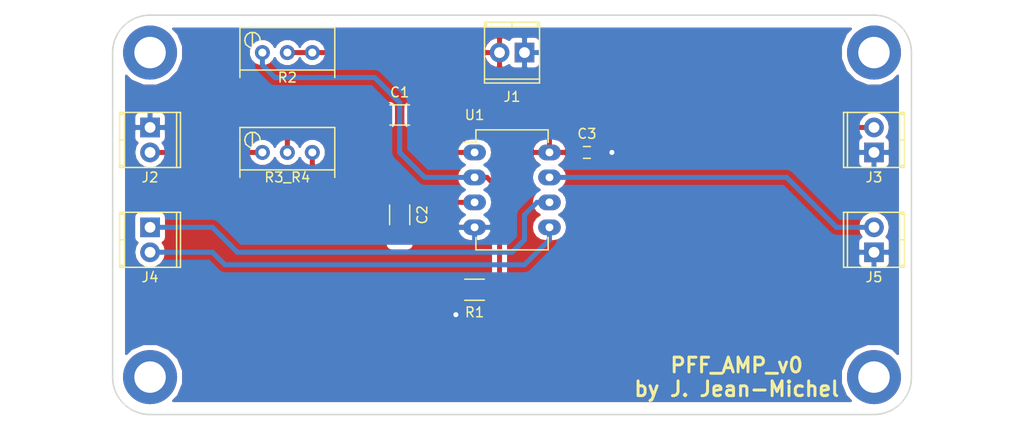
<source format=kicad_pcb>
(kicad_pcb (version 4) (host pcbnew 4.0.4-stable)

  (general
    (links 22)
    (no_connects 0)
    (area 135.787143 84.69412 240.132858 128.015)
    (thickness 1.6)
    (drawings 9)
    (tracks 55)
    (zones 0)
    (modules 16)
    (nets 11)
  )

  (page A)
  (title_block
    (company "Jamesy Jean-Michel")
  )

  (layers
    (0 F.Cu signal)
    (31 B.Cu signal)
    (32 B.Adhes user)
    (33 F.Adhes user)
    (34 B.Paste user)
    (35 F.Paste user)
    (36 B.SilkS user)
    (37 F.SilkS user)
    (38 B.Mask user)
    (39 F.Mask user)
    (40 Dwgs.User user)
    (41 Cmts.User user)
    (42 Eco1.User user)
    (43 Eco2.User user)
    (44 Edge.Cuts user)
    (45 Margin user)
    (46 B.CrtYd user)
    (47 F.CrtYd user)
    (48 B.Fab user)
    (49 F.Fab user)
  )

  (setup
    (last_trace_width 0.25)
    (trace_clearance 0.2)
    (zone_clearance 0.508)
    (zone_45_only no)
    (trace_min 0.2)
    (segment_width 0.2)
    (edge_width 0.15)
    (via_size 0.6)
    (via_drill 0.4)
    (via_min_size 0.4)
    (via_min_drill 0.3)
    (uvia_size 0.3)
    (uvia_drill 0.1)
    (uvias_allowed no)
    (uvia_min_size 0.2)
    (uvia_min_drill 0.1)
    (pcb_text_width 0.3)
    (pcb_text_size 1.5 1.5)
    (mod_edge_width 0.15)
    (mod_text_size 1 1)
    (mod_text_width 0.15)
    (pad_size 5.5 5.5)
    (pad_drill 3.2)
    (pad_to_mask_clearance 0.2)
    (aux_axis_origin 0 0)
    (grid_origin 147.32 127)
    (visible_elements 7FFEFFFF)
    (pcbplotparams
      (layerselection 0x000fc_80000001)
      (usegerberextensions false)
      (excludeedgelayer true)
      (linewidth 0.100000)
      (plotframeref false)
      (viasonmask false)
      (mode 1)
      (useauxorigin false)
      (hpglpennumber 1)
      (hpglpenspeed 20)
      (hpglpendiameter 15)
      (hpglpenoverlay 2)
      (psnegative false)
      (psa4output false)
      (plotreference true)
      (plotvalue true)
      (plotinvisibletext false)
      (padsonsilk false)
      (subtractmaskfromsilk false)
      (outputformat 4)
      (mirror false)
      (drillshape 0)
      (scaleselection 1)
      (outputdirectory ""))
  )

  (net 0 "")
  (net 1 "Net-(C1-Pad1)")
  (net 2 /Analog_OUT)
  (net 3 "Net-(C2-Pad1)")
  (net 4 GND)
  (net 5 +5V)
  (net 6 /Analog_IN)
  (net 7 "Net-(J4-Pad2)")
  (net 8 "Net-(J4-Pad1)")
  (net 9 "Net-(J5-Pad2)")
  (net 10 "Net-(R1-Pad1)")

  (net_class Default "This is the default net class."
    (clearance 0.2)
    (trace_width 0.25)
    (via_dia 0.6)
    (via_drill 0.4)
    (uvia_dia 0.3)
    (uvia_drill 0.1)
  )

  (net_class 20_mil_traces ""
    (clearance 0.2)
    (trace_width 0.508)
    (via_dia 1.0414)
    (via_drill 0.508)
    (uvia_dia 0.3)
    (uvia_drill 0.1)
    (add_net +5V)
    (add_net /Analog_IN)
    (add_net /Analog_OUT)
    (add_net GND)
    (add_net "Net-(C1-Pad1)")
    (add_net "Net-(C2-Pad1)")
    (add_net "Net-(J4-Pad1)")
    (add_net "Net-(J4-Pad2)")
    (add_net "Net-(J5-Pad2)")
    (add_net "Net-(R1-Pad1)")
  )

  (module Capacitors_SMD:C_1206_HandSoldering (layer F.Cu) (tedit 541A9C03) (tstamp 583CF297)
    (at 176.53 96.52)
    (descr "Capacitor SMD 1206, hand soldering")
    (tags "capacitor 1206")
    (path /583CBF2D)
    (attr smd)
    (fp_text reference C1 (at 0 -2.3) (layer F.SilkS)
      (effects (font (size 1 1) (thickness 0.15)))
    )
    (fp_text value 3.3nF (at 0 2.3) (layer F.Fab)
      (effects (font (size 1 1) (thickness 0.15)))
    )
    (fp_line (start -1.6 0.8) (end -1.6 -0.8) (layer F.Fab) (width 0.15))
    (fp_line (start 1.6 0.8) (end -1.6 0.8) (layer F.Fab) (width 0.15))
    (fp_line (start 1.6 -0.8) (end 1.6 0.8) (layer F.Fab) (width 0.15))
    (fp_line (start -1.6 -0.8) (end 1.6 -0.8) (layer F.Fab) (width 0.15))
    (fp_line (start -3.3 -1.15) (end 3.3 -1.15) (layer F.CrtYd) (width 0.05))
    (fp_line (start -3.3 1.15) (end 3.3 1.15) (layer F.CrtYd) (width 0.05))
    (fp_line (start -3.3 -1.15) (end -3.3 1.15) (layer F.CrtYd) (width 0.05))
    (fp_line (start 3.3 -1.15) (end 3.3 1.15) (layer F.CrtYd) (width 0.05))
    (fp_line (start 1 -1.025) (end -1 -1.025) (layer F.SilkS) (width 0.15))
    (fp_line (start -1 1.025) (end 1 1.025) (layer F.SilkS) (width 0.15))
    (pad 1 smd rect (at -2 0) (size 2 1.6) (layers F.Cu F.Paste F.Mask)
      (net 1 "Net-(C1-Pad1)"))
    (pad 2 smd rect (at 2 0) (size 2 1.6) (layers F.Cu F.Paste F.Mask)
      (net 2 /Analog_OUT))
    (model Capacitors_SMD.3dshapes/C_1206_HandSoldering.wrl
      (at (xyz 0 0 0))
      (scale (xyz 1 1 1))
      (rotate (xyz 0 0 0))
    )
  )

  (module Capacitors_SMD:C_1206_HandSoldering (layer F.Cu) (tedit 541A9C03) (tstamp 583CF29D)
    (at 176.53 106.68 270)
    (descr "Capacitor SMD 1206, hand soldering")
    (tags "capacitor 1206")
    (path /583CBE46)
    (attr smd)
    (fp_text reference C2 (at 0 -2.3 270) (layer F.SilkS)
      (effects (font (size 1 1) (thickness 0.15)))
    )
    (fp_text value 3.3nF (at 0 2.3 270) (layer F.Fab)
      (effects (font (size 1 1) (thickness 0.15)))
    )
    (fp_line (start -1.6 0.8) (end -1.6 -0.8) (layer F.Fab) (width 0.15))
    (fp_line (start 1.6 0.8) (end -1.6 0.8) (layer F.Fab) (width 0.15))
    (fp_line (start 1.6 -0.8) (end 1.6 0.8) (layer F.Fab) (width 0.15))
    (fp_line (start -1.6 -0.8) (end 1.6 -0.8) (layer F.Fab) (width 0.15))
    (fp_line (start -3.3 -1.15) (end 3.3 -1.15) (layer F.CrtYd) (width 0.05))
    (fp_line (start -3.3 1.15) (end 3.3 1.15) (layer F.CrtYd) (width 0.05))
    (fp_line (start -3.3 -1.15) (end -3.3 1.15) (layer F.CrtYd) (width 0.05))
    (fp_line (start 3.3 -1.15) (end 3.3 1.15) (layer F.CrtYd) (width 0.05))
    (fp_line (start 1 -1.025) (end -1 -1.025) (layer F.SilkS) (width 0.15))
    (fp_line (start -1 1.025) (end 1 1.025) (layer F.SilkS) (width 0.15))
    (pad 1 smd rect (at -2 0 270) (size 2 1.6) (layers F.Cu F.Paste F.Mask)
      (net 3 "Net-(C2-Pad1)"))
    (pad 2 smd rect (at 2 0 270) (size 2 1.6) (layers F.Cu F.Paste F.Mask)
      (net 4 GND))
    (model Capacitors_SMD.3dshapes/C_1206_HandSoldering.wrl
      (at (xyz 0 0 0))
      (scale (xyz 1 1 1))
      (rotate (xyz 0 0 0))
    )
  )

  (module Terminal_Blocks:TerminalBlock_Pheonix_MPT-2.54mm_2pol (layer F.Cu) (tedit 0) (tstamp 583CF2A3)
    (at 189.23 90.17 180)
    (descr "2-way 2.54mm pitch terminal block, Phoenix MPT series")
    (path /583CC027)
    (fp_text reference J1 (at 1.27 -4.50088 180) (layer F.SilkS)
      (effects (font (size 1 1) (thickness 0.15)))
    )
    (fp_text value CONN_01X02 (at 1.27 4.50088 180) (layer F.Fab)
      (effects (font (size 1 1) (thickness 0.15)))
    )
    (fp_line (start -1.7 -3.3) (end 4.3 -3.3) (layer F.CrtYd) (width 0.05))
    (fp_line (start -1.7 3.3) (end -1.7 -3.3) (layer F.CrtYd) (width 0.05))
    (fp_line (start 4.3 3.3) (end -1.7 3.3) (layer F.CrtYd) (width 0.05))
    (fp_line (start 4.3 -3.3) (end 4.3 3.3) (layer F.CrtYd) (width 0.05))
    (fp_line (start 4.06908 2.60096) (end -1.52908 2.60096) (layer F.SilkS) (width 0.15))
    (fp_line (start -1.33096 3.0988) (end -1.33096 2.60096) (layer F.SilkS) (width 0.15))
    (fp_line (start 3.87096 2.60096) (end 3.87096 3.0988) (layer F.SilkS) (width 0.15))
    (fp_line (start 1.27 3.0988) (end 1.27 2.60096) (layer F.SilkS) (width 0.15))
    (fp_line (start -1.52908 -2.70002) (end 4.06908 -2.70002) (layer F.SilkS) (width 0.15))
    (fp_line (start -1.52908 3.0988) (end 4.06908 3.0988) (layer F.SilkS) (width 0.15))
    (fp_line (start 4.06908 3.0988) (end 4.06908 -3.0988) (layer F.SilkS) (width 0.15))
    (fp_line (start 4.06908 -3.0988) (end -1.52908 -3.0988) (layer F.SilkS) (width 0.15))
    (fp_line (start -1.52908 -3.0988) (end -1.52908 3.0988) (layer F.SilkS) (width 0.15))
    (pad 2 thru_hole oval (at 2.54 0 180) (size 1.99898 1.99898) (drill 1.09728) (layers *.Cu *.Mask)
      (net 5 +5V))
    (pad 1 thru_hole rect (at 0 0 180) (size 1.99898 1.99898) (drill 1.09728) (layers *.Cu *.Mask)
      (net 4 GND))
    (model Terminal_Blocks.3dshapes/TerminalBlock_Pheonix_MPT-2.54mm_2pol.wrl
      (at (xyz 0.05 0 0))
      (scale (xyz 1 1 1))
      (rotate (xyz 0 0 0))
    )
  )

  (module Terminal_Blocks:TerminalBlock_Pheonix_MPT-2.54mm_2pol (layer F.Cu) (tedit 583CFDD5) (tstamp 583CF2A9)
    (at 151.13 97.79 270)
    (descr "2-way 2.54mm pitch terminal block, Phoenix MPT series")
    (path /583CC19C)
    (fp_text reference J2 (at 5.08 0 360) (layer F.SilkS)
      (effects (font (size 1 1) (thickness 0.15)))
    )
    (fp_text value CONN_01X02 (at -2.54 0 360) (layer F.Fab)
      (effects (font (size 1 1) (thickness 0.15)))
    )
    (fp_line (start -1.7 -3.3) (end 4.3 -3.3) (layer F.CrtYd) (width 0.05))
    (fp_line (start -1.7 3.3) (end -1.7 -3.3) (layer F.CrtYd) (width 0.05))
    (fp_line (start 4.3 3.3) (end -1.7 3.3) (layer F.CrtYd) (width 0.05))
    (fp_line (start 4.3 -3.3) (end 4.3 3.3) (layer F.CrtYd) (width 0.05))
    (fp_line (start 4.06908 2.60096) (end -1.52908 2.60096) (layer F.SilkS) (width 0.15))
    (fp_line (start -1.33096 3.0988) (end -1.33096 2.60096) (layer F.SilkS) (width 0.15))
    (fp_line (start 3.87096 2.60096) (end 3.87096 3.0988) (layer F.SilkS) (width 0.15))
    (fp_line (start 1.27 3.0988) (end 1.27 2.60096) (layer F.SilkS) (width 0.15))
    (fp_line (start -1.52908 -2.70002) (end 4.06908 -2.70002) (layer F.SilkS) (width 0.15))
    (fp_line (start -1.52908 3.0988) (end 4.06908 3.0988) (layer F.SilkS) (width 0.15))
    (fp_line (start 4.06908 3.0988) (end 4.06908 -3.0988) (layer F.SilkS) (width 0.15))
    (fp_line (start 4.06908 -3.0988) (end -1.52908 -3.0988) (layer F.SilkS) (width 0.15))
    (fp_line (start -1.52908 -3.0988) (end -1.52908 3.0988) (layer F.SilkS) (width 0.15))
    (pad 2 thru_hole oval (at 2.54 0 270) (size 1.99898 1.99898) (drill 1.09728) (layers *.Cu *.Mask)
      (net 6 /Analog_IN))
    (pad 1 thru_hole rect (at 0 0 270) (size 1.99898 1.99898) (drill 1.09728) (layers *.Cu *.Mask)
      (net 4 GND))
    (model Terminal_Blocks.3dshapes/TerminalBlock_Pheonix_MPT-2.54mm_2pol.wrl
      (at (xyz 0.05 0 0))
      (scale (xyz 1 1 1))
      (rotate (xyz 0 0 0))
    )
  )

  (module Terminal_Blocks:TerminalBlock_Pheonix_MPT-2.54mm_2pol (layer F.Cu) (tedit 583CFE37) (tstamp 583CF2AF)
    (at 224.79 100.33 90)
    (descr "2-way 2.54mm pitch terminal block, Phoenix MPT series")
    (path /583CC1F5)
    (fp_text reference J3 (at -2.54 0 180) (layer F.SilkS)
      (effects (font (size 1 1) (thickness 0.15)))
    )
    (fp_text value CONN_01X02 (at 5.08 0 180) (layer F.Fab)
      (effects (font (size 1 1) (thickness 0.15)))
    )
    (fp_line (start -1.7 -3.3) (end 4.3 -3.3) (layer F.CrtYd) (width 0.05))
    (fp_line (start -1.7 3.3) (end -1.7 -3.3) (layer F.CrtYd) (width 0.05))
    (fp_line (start 4.3 3.3) (end -1.7 3.3) (layer F.CrtYd) (width 0.05))
    (fp_line (start 4.3 -3.3) (end 4.3 3.3) (layer F.CrtYd) (width 0.05))
    (fp_line (start 4.06908 2.60096) (end -1.52908 2.60096) (layer F.SilkS) (width 0.15))
    (fp_line (start -1.33096 3.0988) (end -1.33096 2.60096) (layer F.SilkS) (width 0.15))
    (fp_line (start 3.87096 2.60096) (end 3.87096 3.0988) (layer F.SilkS) (width 0.15))
    (fp_line (start 1.27 3.0988) (end 1.27 2.60096) (layer F.SilkS) (width 0.15))
    (fp_line (start -1.52908 -2.70002) (end 4.06908 -2.70002) (layer F.SilkS) (width 0.15))
    (fp_line (start -1.52908 3.0988) (end 4.06908 3.0988) (layer F.SilkS) (width 0.15))
    (fp_line (start 4.06908 3.0988) (end 4.06908 -3.0988) (layer F.SilkS) (width 0.15))
    (fp_line (start 4.06908 -3.0988) (end -1.52908 -3.0988) (layer F.SilkS) (width 0.15))
    (fp_line (start -1.52908 -3.0988) (end -1.52908 3.0988) (layer F.SilkS) (width 0.15))
    (pad 2 thru_hole oval (at 2.54 0 90) (size 1.99898 1.99898) (drill 1.09728) (layers *.Cu *.Mask)
      (net 2 /Analog_OUT))
    (pad 1 thru_hole rect (at 0 0 90) (size 1.99898 1.99898) (drill 1.09728) (layers *.Cu *.Mask)
      (net 4 GND))
    (model Terminal_Blocks.3dshapes/TerminalBlock_Pheonix_MPT-2.54mm_2pol.wrl
      (at (xyz 0.05 0 0))
      (scale (xyz 1 1 1))
      (rotate (xyz 0 0 0))
    )
  )

  (module Terminal_Blocks:TerminalBlock_Pheonix_MPT-2.54mm_2pol (layer F.Cu) (tedit 583CFDDA) (tstamp 583CF2B5)
    (at 151.13 107.95 270)
    (descr "2-way 2.54mm pitch terminal block, Phoenix MPT series")
    (path /583D21C6)
    (fp_text reference J4 (at 5.08 0 360) (layer F.SilkS)
      (effects (font (size 1 1) (thickness 0.15)))
    )
    (fp_text value CONN_01X02 (at -2.54 0 360) (layer F.Fab)
      (effects (font (size 1 1) (thickness 0.15)))
    )
    (fp_line (start -1.7 -3.3) (end 4.3 -3.3) (layer F.CrtYd) (width 0.05))
    (fp_line (start -1.7 3.3) (end -1.7 -3.3) (layer F.CrtYd) (width 0.05))
    (fp_line (start 4.3 3.3) (end -1.7 3.3) (layer F.CrtYd) (width 0.05))
    (fp_line (start 4.3 -3.3) (end 4.3 3.3) (layer F.CrtYd) (width 0.05))
    (fp_line (start 4.06908 2.60096) (end -1.52908 2.60096) (layer F.SilkS) (width 0.15))
    (fp_line (start -1.33096 3.0988) (end -1.33096 2.60096) (layer F.SilkS) (width 0.15))
    (fp_line (start 3.87096 2.60096) (end 3.87096 3.0988) (layer F.SilkS) (width 0.15))
    (fp_line (start 1.27 3.0988) (end 1.27 2.60096) (layer F.SilkS) (width 0.15))
    (fp_line (start -1.52908 -2.70002) (end 4.06908 -2.70002) (layer F.SilkS) (width 0.15))
    (fp_line (start -1.52908 3.0988) (end 4.06908 3.0988) (layer F.SilkS) (width 0.15))
    (fp_line (start 4.06908 3.0988) (end 4.06908 -3.0988) (layer F.SilkS) (width 0.15))
    (fp_line (start 4.06908 -3.0988) (end -1.52908 -3.0988) (layer F.SilkS) (width 0.15))
    (fp_line (start -1.52908 -3.0988) (end -1.52908 3.0988) (layer F.SilkS) (width 0.15))
    (pad 2 thru_hole oval (at 2.54 0 270) (size 1.99898 1.99898) (drill 1.09728) (layers *.Cu *.Mask)
      (net 7 "Net-(J4-Pad2)"))
    (pad 1 thru_hole rect (at 0 0 270) (size 1.99898 1.99898) (drill 1.09728) (layers *.Cu *.Mask)
      (net 8 "Net-(J4-Pad1)"))
    (model Terminal_Blocks.3dshapes/TerminalBlock_Pheonix_MPT-2.54mm_2pol.wrl
      (at (xyz 0.05 0 0))
      (scale (xyz 1 1 1))
      (rotate (xyz 0 0 0))
    )
  )

  (module Terminal_Blocks:TerminalBlock_Pheonix_MPT-2.54mm_2pol (layer F.Cu) (tedit 583CFE32) (tstamp 583CF2BB)
    (at 224.79 110.49 90)
    (descr "2-way 2.54mm pitch terminal block, Phoenix MPT series")
    (path /583D2229)
    (fp_text reference J5 (at -2.54 0 180) (layer F.SilkS)
      (effects (font (size 1 1) (thickness 0.15)))
    )
    (fp_text value CONN_01X02 (at 5.08 0 180) (layer F.Fab)
      (effects (font (size 1 1) (thickness 0.15)))
    )
    (fp_line (start -1.7 -3.3) (end 4.3 -3.3) (layer F.CrtYd) (width 0.05))
    (fp_line (start -1.7 3.3) (end -1.7 -3.3) (layer F.CrtYd) (width 0.05))
    (fp_line (start 4.3 3.3) (end -1.7 3.3) (layer F.CrtYd) (width 0.05))
    (fp_line (start 4.3 -3.3) (end 4.3 3.3) (layer F.CrtYd) (width 0.05))
    (fp_line (start 4.06908 2.60096) (end -1.52908 2.60096) (layer F.SilkS) (width 0.15))
    (fp_line (start -1.33096 3.0988) (end -1.33096 2.60096) (layer F.SilkS) (width 0.15))
    (fp_line (start 3.87096 2.60096) (end 3.87096 3.0988) (layer F.SilkS) (width 0.15))
    (fp_line (start 1.27 3.0988) (end 1.27 2.60096) (layer F.SilkS) (width 0.15))
    (fp_line (start -1.52908 -2.70002) (end 4.06908 -2.70002) (layer F.SilkS) (width 0.15))
    (fp_line (start -1.52908 3.0988) (end 4.06908 3.0988) (layer F.SilkS) (width 0.15))
    (fp_line (start 4.06908 3.0988) (end 4.06908 -3.0988) (layer F.SilkS) (width 0.15))
    (fp_line (start 4.06908 -3.0988) (end -1.52908 -3.0988) (layer F.SilkS) (width 0.15))
    (fp_line (start -1.52908 -3.0988) (end -1.52908 3.0988) (layer F.SilkS) (width 0.15))
    (pad 2 thru_hole oval (at 2.54 0 90) (size 1.99898 1.99898) (drill 1.09728) (layers *.Cu *.Mask)
      (net 9 "Net-(J5-Pad2)"))
    (pad 1 thru_hole rect (at 0 0 90) (size 1.99898 1.99898) (drill 1.09728) (layers *.Cu *.Mask)
      (net 4 GND))
    (model Terminal_Blocks.3dshapes/TerminalBlock_Pheonix_MPT-2.54mm_2pol.wrl
      (at (xyz 0.05 0 0))
      (scale (xyz 1 1 1))
      (rotate (xyz 0 0 0))
    )
  )

  (module Resistors_SMD:R_1206_HandSoldering (layer F.Cu) (tedit 58307C0D) (tstamp 583CF2C1)
    (at 184.15 114.3 180)
    (descr "Resistor SMD 1206, hand soldering")
    (tags "resistor 1206")
    (path /583CBDA9)
    (attr smd)
    (fp_text reference R1 (at 0 -2.3 180) (layer F.SilkS)
      (effects (font (size 1 1) (thickness 0.15)))
    )
    (fp_text value 10k (at 0 2.3 180) (layer F.Fab)
      (effects (font (size 1 1) (thickness 0.15)))
    )
    (fp_line (start -1.6 0.8) (end -1.6 -0.8) (layer F.Fab) (width 0.1))
    (fp_line (start 1.6 0.8) (end -1.6 0.8) (layer F.Fab) (width 0.1))
    (fp_line (start 1.6 -0.8) (end 1.6 0.8) (layer F.Fab) (width 0.1))
    (fp_line (start -1.6 -0.8) (end 1.6 -0.8) (layer F.Fab) (width 0.1))
    (fp_line (start -3.3 -1.2) (end 3.3 -1.2) (layer F.CrtYd) (width 0.05))
    (fp_line (start -3.3 1.2) (end 3.3 1.2) (layer F.CrtYd) (width 0.05))
    (fp_line (start -3.3 -1.2) (end -3.3 1.2) (layer F.CrtYd) (width 0.05))
    (fp_line (start 3.3 -1.2) (end 3.3 1.2) (layer F.CrtYd) (width 0.05))
    (fp_line (start 1 1.075) (end -1 1.075) (layer F.SilkS) (width 0.15))
    (fp_line (start -1 -1.075) (end 1 -1.075) (layer F.SilkS) (width 0.15))
    (pad 1 smd rect (at -2 0 180) (size 2 1.7) (layers F.Cu F.Paste F.Mask)
      (net 10 "Net-(R1-Pad1)"))
    (pad 2 smd rect (at 2 0 180) (size 2 1.7) (layers F.Cu F.Paste F.Mask)
      (net 4 GND))
    (model Resistors_SMD.3dshapes/R_1206_HandSoldering.wrl
      (at (xyz 0 0 0))
      (scale (xyz 1 1 1))
      (rotate (xyz 0 0 0))
    )
  )

  (module Potentiometers:Potentiometer_Bourns_3296W_3-8Zoll_Inline_ScrewUp (layer F.Cu) (tedit 583CFDB2) (tstamp 583CF2C8)
    (at 162.56 90.17 270)
    (descr "3296, 3/8, Square, Trimpot, Trimming, Potentiometer, Bourns")
    (tags "3296, 3/8, Square, Trimpot, Trimming, Potentiometer, Bourns")
    (path /583CBD66)
    (fp_text reference R2 (at 2.54 -2.54 360) (layer F.SilkS)
      (effects (font (size 1 1) (thickness 0.15)))
    )
    (fp_text value 100k (at -3.81 -2.54 360) (layer F.Fab)
      (effects (font (size 1 1) (thickness 0.15)))
    )
    (fp_line (start -2.032 1.016) (end -0.762 1.016) (layer F.SilkS) (width 0.15))
    (fp_line (start -1.2827 0.2286) (end -1.5367 0.2667) (layer F.SilkS) (width 0.15))
    (fp_line (start -1.5367 0.2667) (end -1.8161 0.4445) (layer F.SilkS) (width 0.15))
    (fp_line (start -1.8161 0.4445) (end -2.032 0.762) (layer F.SilkS) (width 0.15))
    (fp_line (start -2.032 0.762) (end -2.0447 1.2065) (layer F.SilkS) (width 0.15))
    (fp_line (start -2.0447 1.2065) (end -1.8415 1.5621) (layer F.SilkS) (width 0.15))
    (fp_line (start -1.8415 1.5621) (end -1.5494 1.7399) (layer F.SilkS) (width 0.15))
    (fp_line (start -1.5494 1.7399) (end -1.2319 1.7907) (layer F.SilkS) (width 0.15))
    (fp_line (start -1.2319 1.7907) (end -0.8255 1.6891) (layer F.SilkS) (width 0.15))
    (fp_line (start -0.8255 1.6891) (end -0.5715 1.3462) (layer F.SilkS) (width 0.15))
    (fp_line (start -0.5715 1.3462) (end -0.4826 1.1684) (layer F.SilkS) (width 0.15))
    (fp_line (start 1.778 -7.366) (end 1.778 2.286) (layer F.SilkS) (width 0.15))
    (fp_line (start -1.27 2.286) (end -2.54 2.286) (layer F.SilkS) (width 0.15))
    (fp_line (start -2.54 2.286) (end -2.54 -7.366) (layer F.SilkS) (width 0.15))
    (fp_line (start -2.54 -7.366) (end 2.54 -7.366) (layer F.SilkS) (width 0.15))
    (fp_line (start 2.54 2.286) (end 0 2.286) (layer F.SilkS) (width 0.15))
    (fp_line (start 0 2.286) (end -1.27 2.286) (layer F.SilkS) (width 0.15))
    (pad 2 thru_hole circle (at 0 -2.54 270) (size 1.524 1.524) (drill 0.8128) (layers *.Cu *.Mask)
      (net 2 /Analog_OUT))
    (pad 3 thru_hole circle (at 0 -5.08 270) (size 1.524 1.524) (drill 0.8128) (layers *.Cu *.Mask)
      (net 2 /Analog_OUT))
    (pad 1 thru_hole circle (at 0 0 270) (size 1.524 1.524) (drill 0.8128) (layers *.Cu *.Mask)
      (net 10 "Net-(R1-Pad1)"))
    (model Potentiometers.3dshapes/Potentiometer_Bourns_3296W_3-8Zoll_Inline_ScrewUp.wrl
      (at (xyz 0 0 0))
      (scale (xyz 1 1 1))
      (rotate (xyz 0 0 0))
    )
  )

  (module Potentiometers:Potentiometer_Bourns_3296W_3-8Zoll_Inline_ScrewUp (layer F.Cu) (tedit 583CFDB7) (tstamp 583CF2CF)
    (at 162.56 100.33 270)
    (descr "3296, 3/8, Square, Trimpot, Trimming, Potentiometer, Bourns")
    (tags "3296, 3/8, Square, Trimpot, Trimming, Potentiometer, Bourns")
    (path /583CBCE1)
    (fp_text reference R3_R4 (at 2.54 -2.54 360) (layer F.SilkS)
      (effects (font (size 1 1) (thickness 0.15)))
    )
    (fp_text value 100k (at -3.81 -2.54 360) (layer F.Fab)
      (effects (font (size 1 1) (thickness 0.15)))
    )
    (fp_line (start -2.032 1.016) (end -0.762 1.016) (layer F.SilkS) (width 0.15))
    (fp_line (start -1.2827 0.2286) (end -1.5367 0.2667) (layer F.SilkS) (width 0.15))
    (fp_line (start -1.5367 0.2667) (end -1.8161 0.4445) (layer F.SilkS) (width 0.15))
    (fp_line (start -1.8161 0.4445) (end -2.032 0.762) (layer F.SilkS) (width 0.15))
    (fp_line (start -2.032 0.762) (end -2.0447 1.2065) (layer F.SilkS) (width 0.15))
    (fp_line (start -2.0447 1.2065) (end -1.8415 1.5621) (layer F.SilkS) (width 0.15))
    (fp_line (start -1.8415 1.5621) (end -1.5494 1.7399) (layer F.SilkS) (width 0.15))
    (fp_line (start -1.5494 1.7399) (end -1.2319 1.7907) (layer F.SilkS) (width 0.15))
    (fp_line (start -1.2319 1.7907) (end -0.8255 1.6891) (layer F.SilkS) (width 0.15))
    (fp_line (start -0.8255 1.6891) (end -0.5715 1.3462) (layer F.SilkS) (width 0.15))
    (fp_line (start -0.5715 1.3462) (end -0.4826 1.1684) (layer F.SilkS) (width 0.15))
    (fp_line (start 1.778 -7.366) (end 1.778 2.286) (layer F.SilkS) (width 0.15))
    (fp_line (start -1.27 2.286) (end -2.54 2.286) (layer F.SilkS) (width 0.15))
    (fp_line (start -2.54 2.286) (end -2.54 -7.366) (layer F.SilkS) (width 0.15))
    (fp_line (start -2.54 -7.366) (end 2.54 -7.366) (layer F.SilkS) (width 0.15))
    (fp_line (start 2.54 2.286) (end 0 2.286) (layer F.SilkS) (width 0.15))
    (fp_line (start 0 2.286) (end -1.27 2.286) (layer F.SilkS) (width 0.15))
    (pad 2 thru_hole circle (at 0 -2.54 270) (size 1.524 1.524) (drill 0.8128) (layers *.Cu *.Mask)
      (net 1 "Net-(C1-Pad1)"))
    (pad 3 thru_hole circle (at 0 -5.08 270) (size 1.524 1.524) (drill 0.8128) (layers *.Cu *.Mask)
      (net 3 "Net-(C2-Pad1)"))
    (pad 1 thru_hole circle (at 0 0 270) (size 1.524 1.524) (drill 0.8128) (layers *.Cu *.Mask)
      (net 6 /Analog_IN))
    (model Potentiometers.3dshapes/Potentiometer_Bourns_3296W_3-8Zoll_Inline_ScrewUp.wrl
      (at (xyz 0 0 0))
      (scale (xyz 1 1 1))
      (rotate (xyz 0 0 0))
    )
  )

  (module Housings_DIP:DIP-8_W7.62mm_LongPads (layer F.Cu) (tedit 583CFE5D) (tstamp 583CF2DB)
    (at 184.15 100.33)
    (descr "8-lead dip package, row spacing 7.62 mm (300 mils), longer pads")
    (tags "dil dip 2.54 300")
    (path /583CB7EE)
    (fp_text reference U1 (at 0 -3.81) (layer F.SilkS)
      (effects (font (size 1 1) (thickness 0.15)))
    )
    (fp_text value MCP6002 (at 3.81 3.81 90) (layer F.Fab)
      (effects (font (size 1 1) (thickness 0.15)))
    )
    (fp_line (start -1.4 -2.45) (end -1.4 10.1) (layer F.CrtYd) (width 0.05))
    (fp_line (start 9 -2.45) (end 9 10.1) (layer F.CrtYd) (width 0.05))
    (fp_line (start -1.4 -2.45) (end 9 -2.45) (layer F.CrtYd) (width 0.05))
    (fp_line (start -1.4 10.1) (end 9 10.1) (layer F.CrtYd) (width 0.05))
    (fp_line (start 0.135 -2.295) (end 0.135 -1.025) (layer F.SilkS) (width 0.15))
    (fp_line (start 7.485 -2.295) (end 7.485 -1.025) (layer F.SilkS) (width 0.15))
    (fp_line (start 7.485 9.915) (end 7.485 8.645) (layer F.SilkS) (width 0.15))
    (fp_line (start 0.135 9.915) (end 0.135 8.645) (layer F.SilkS) (width 0.15))
    (fp_line (start 0.135 -2.295) (end 7.485 -2.295) (layer F.SilkS) (width 0.15))
    (fp_line (start 0.135 9.915) (end 7.485 9.915) (layer F.SilkS) (width 0.15))
    (fp_line (start 0.135 -1.025) (end -1.15 -1.025) (layer F.SilkS) (width 0.15))
    (pad 1 thru_hole oval (at 0 0) (size 2.3 1.6) (drill 0.8) (layers *.Cu *.Mask)
      (net 2 /Analog_OUT))
    (pad 2 thru_hole oval (at 0 2.54) (size 2.3 1.6) (drill 0.8) (layers *.Cu *.Mask)
      (net 10 "Net-(R1-Pad1)"))
    (pad 3 thru_hole oval (at 0 5.08) (size 2.3 1.6) (drill 0.8) (layers *.Cu *.Mask)
      (net 3 "Net-(C2-Pad1)"))
    (pad 4 thru_hole oval (at 0 7.62) (size 2.3 1.6) (drill 0.8) (layers *.Cu *.Mask)
      (net 4 GND))
    (pad 5 thru_hole oval (at 7.62 7.62) (size 2.3 1.6) (drill 0.8) (layers *.Cu *.Mask)
      (net 7 "Net-(J4-Pad2)"))
    (pad 6 thru_hole oval (at 7.62 5.08) (size 2.3 1.6) (drill 0.8) (layers *.Cu *.Mask)
      (net 8 "Net-(J4-Pad1)"))
    (pad 7 thru_hole oval (at 7.62 2.54) (size 2.3 1.6) (drill 0.8) (layers *.Cu *.Mask)
      (net 9 "Net-(J5-Pad2)"))
    (pad 8 thru_hole oval (at 7.62 0) (size 2.3 1.6) (drill 0.8) (layers *.Cu *.Mask)
      (net 5 +5V))
    (model Housings_DIP.3dshapes/DIP-8_W7.62mm_LongPads.wrl
      (at (xyz 0 0 0))
      (scale (xyz 1 1 1))
      (rotate (xyz 0 0 0))
    )
  )

  (module Capacitors_SMD:C_0603 (layer F.Cu) (tedit 5415D631) (tstamp 583CF6A0)
    (at 195.58 100.33)
    (descr "Capacitor SMD 0603, reflow soldering, AVX (see smccp.pdf)")
    (tags "capacitor 0603")
    (path /583D39A3)
    (attr smd)
    (fp_text reference C3 (at 0 -1.9) (layer F.SilkS)
      (effects (font (size 1 1) (thickness 0.15)))
    )
    (fp_text value 10uF (at 0 1.9) (layer F.Fab)
      (effects (font (size 1 1) (thickness 0.15)))
    )
    (fp_line (start -0.8 0.4) (end -0.8 -0.4) (layer F.Fab) (width 0.15))
    (fp_line (start 0.8 0.4) (end -0.8 0.4) (layer F.Fab) (width 0.15))
    (fp_line (start 0.8 -0.4) (end 0.8 0.4) (layer F.Fab) (width 0.15))
    (fp_line (start -0.8 -0.4) (end 0.8 -0.4) (layer F.Fab) (width 0.15))
    (fp_line (start -1.45 -0.75) (end 1.45 -0.75) (layer F.CrtYd) (width 0.05))
    (fp_line (start -1.45 0.75) (end 1.45 0.75) (layer F.CrtYd) (width 0.05))
    (fp_line (start -1.45 -0.75) (end -1.45 0.75) (layer F.CrtYd) (width 0.05))
    (fp_line (start 1.45 -0.75) (end 1.45 0.75) (layer F.CrtYd) (width 0.05))
    (fp_line (start -0.35 -0.6) (end 0.35 -0.6) (layer F.SilkS) (width 0.15))
    (fp_line (start 0.35 0.6) (end -0.35 0.6) (layer F.SilkS) (width 0.15))
    (pad 1 smd rect (at -0.75 0) (size 0.8 0.75) (layers F.Cu F.Paste F.Mask)
      (net 5 +5V))
    (pad 2 smd rect (at 0.75 0) (size 0.8 0.75) (layers F.Cu F.Paste F.Mask)
      (net 4 GND))
    (model Capacitors_SMD.3dshapes/C_0603.wrl
      (at (xyz 0 0 0))
      (scale (xyz 1 1 1))
      (rotate (xyz 0 0 0))
    )
  )

  (module Mounting_Holes:MountingHole_3.2mm_M3_ISO14580_Pad (layer F.Cu) (tedit 583D0950) (tstamp 583D05A8)
    (at 151.13 90.17)
    (descr "Mounting Hole 3.2mm, M3, ISO14580")
    (tags "mounting hole 3.2mm m3 iso14580")
    (fp_text reference REF** (at 0 -3.75) (layer F.SilkS) hide
      (effects (font (size 1 1) (thickness 0.15)))
    )
    (fp_text value MountingHole_3.2mm_M3_ISO14580_Pad (at 0 3.75) (layer F.Fab)
      (effects (font (size 1 1) (thickness 0.15)))
    )
    (fp_circle (center 0 0) (end 2.75 0) (layer Cmts.User) (width 0.15))
    (fp_circle (center 0 0) (end 3 0) (layer F.CrtYd) (width 0.05))
    (pad 1 thru_hole circle (at 0 0) (size 5.5 5.5) (drill 3.2) (layers *.Cu *.Mask))
  )

  (module Mounting_Holes:MountingHole_3.2mm_M3_ISO14580_Pad (layer F.Cu) (tedit 583D0947) (tstamp 583D05C7)
    (at 151.13 123.19)
    (descr "Mounting Hole 3.2mm, M3, ISO14580")
    (tags "mounting hole 3.2mm m3 iso14580")
    (fp_text reference REF** (at 0 -3.75) (layer F.SilkS) hide
      (effects (font (size 1 1) (thickness 0.15)))
    )
    (fp_text value MountingHole_3.2mm_M3_ISO14580_Pad (at 0 3.75) (layer F.Fab)
      (effects (font (size 1 1) (thickness 0.15)))
    )
    (fp_circle (center 0 0) (end 2.75 0) (layer Cmts.User) (width 0.15))
    (fp_circle (center 0 0) (end 3 0) (layer F.CrtYd) (width 0.05))
    (pad 2 thru_hole circle (at 0 0) (size 5.5 5.5) (drill 3.2) (layers *.Cu *.Mask))
  )

  (module Mounting_Holes:MountingHole_3.2mm_M3_ISO14580_Pad (layer F.Cu) (tedit 583D095C) (tstamp 583D05D5)
    (at 224.79 123.19)
    (descr "Mounting Hole 3.2mm, M3, ISO14580")
    (tags "mounting hole 3.2mm m3 iso14580")
    (fp_text reference REF** (at 0 -3.75) (layer F.SilkS) hide
      (effects (font (size 1 1) (thickness 0.15)))
    )
    (fp_text value MountingHole_3.2mm_M3_ISO14580_Pad (at 0 3.75) (layer F.Fab)
      (effects (font (size 1 1) (thickness 0.15)))
    )
    (fp_circle (center 0 0) (end 2.75 0) (layer Cmts.User) (width 0.15))
    (fp_circle (center 0 0) (end 3 0) (layer F.CrtYd) (width 0.05))
    (pad 3 thru_hole circle (at 0 0) (size 5.5 5.5) (drill 3.2) (layers *.Cu *.Mask))
  )

  (module Mounting_Holes:MountingHole_3.2mm_M3_ISO14580_Pad (layer F.Cu) (tedit 583D0958) (tstamp 583D05DC)
    (at 224.79 90.17)
    (descr "Mounting Hole 3.2mm, M3, ISO14580")
    (tags "mounting hole 3.2mm m3 iso14580")
    (fp_text reference REF** (at 0 -3.75) (layer F.SilkS) hide
      (effects (font (size 1 1) (thickness 0.15)))
    )
    (fp_text value MountingHole_3.2mm_M3_ISO14580_Pad (at 0 3.75) (layer F.Fab)
      (effects (font (size 1 1) (thickness 0.15)))
    )
    (fp_circle (center 0 0) (end 2.75 0) (layer Cmts.User) (width 0.15))
    (fp_circle (center 0 0) (end 3 0) (layer F.CrtYd) (width 0.05))
    (pad 4 thru_hole circle (at 0 0) (size 5.5 5.5) (drill 3.2) (layers *.Cu *.Mask))
  )

  (gr_text "PFF_AMP_v0\nby J. Jean-Michel" (at 210.82 123.19) (layer F.SilkS)
    (effects (font (size 1.5 1.5) (thickness 0.3)))
  )
  (gr_arc (start 151.13 123.19) (end 151.13 127) (angle 90) (layer Edge.Cuts) (width 0.15))
  (gr_arc (start 224.79 123.19) (end 228.6 123.19) (angle 90) (layer Edge.Cuts) (width 0.15))
  (gr_arc (start 224.79 90.17) (end 224.79 86.36) (angle 90) (layer Edge.Cuts) (width 0.15))
  (gr_arc (start 151.13 90.17) (end 147.32 90.17) (angle 90) (layer Edge.Cuts) (width 0.15))
  (gr_line (start 147.32 123.19) (end 147.32 90.17) (angle 90) (layer Edge.Cuts) (width 0.15))
  (gr_line (start 224.79 127) (end 151.13 127) (angle 90) (layer Edge.Cuts) (width 0.15))
  (gr_line (start 228.6 90.17) (end 228.6 123.19) (angle 90) (layer Edge.Cuts) (width 0.15))
  (gr_line (start 151.13 86.36) (end 224.79 86.36) (angle 90) (layer Edge.Cuts) (width 0.15))

  (segment (start 165.1 100.33) (end 165.1 99.06) (width 0.508) (layer F.Cu) (net 1))
  (segment (start 167.64 96.52) (end 174.53 96.52) (width 0.508) (layer F.Cu) (net 1) (tstamp 583D0B9B))
  (segment (start 165.1 99.06) (end 167.64 96.52) (width 0.508) (layer F.Cu) (net 1) (tstamp 583D0B97))
  (segment (start 178.53 96.52) (end 178.53 98.52) (width 0.508) (layer F.Cu) (net 2))
  (segment (start 180.34 100.33) (end 184.15 100.33) (width 0.508) (layer F.Cu) (net 2) (tstamp 583D10BB))
  (segment (start 178.53 98.52) (end 180.34 100.33) (width 0.508) (layer F.Cu) (net 2) (tstamp 583D10B2))
  (segment (start 167.64 90.17) (end 176.53 90.17) (width 0.508) (layer F.Cu) (net 2))
  (segment (start 178.53 92.17) (end 178.53 96.52) (width 0.508) (layer F.Cu) (net 2) (tstamp 583D0E1A))
  (segment (start 176.53 90.17) (end 178.53 92.17) (width 0.508) (layer F.Cu) (net 2) (tstamp 583D0DF3))
  (segment (start 178.53 96.52) (end 219.71 96.52) (width 0.508) (layer F.Cu) (net 2))
  (segment (start 219.71 96.52) (end 220.98 97.79) (width 0.508) (layer F.Cu) (net 2) (tstamp 583D0DBB))
  (segment (start 220.98 97.79) (end 224.79 97.79) (width 0.508) (layer F.Cu) (net 2) (tstamp 583D0DBF))
  (segment (start 165.1 90.17) (end 167.64 90.17) (width 0.508) (layer F.Cu) (net 2))
  (segment (start 167.64 100.33) (end 167.64 101.6) (width 0.508) (layer F.Cu) (net 3))
  (segment (start 170.72 104.68) (end 176.53 104.68) (width 0.508) (layer F.Cu) (net 3) (tstamp 583D0F56))
  (segment (start 167.64 101.6) (end 170.72 104.68) (width 0.508) (layer F.Cu) (net 3) (tstamp 583D0F47))
  (segment (start 176.53 104.68) (end 179.61 104.68) (width 0.508) (layer F.Cu) (net 3))
  (segment (start 180.34 105.41) (end 184.15 105.41) (width 0.508) (layer F.Cu) (net 3) (tstamp 583D0ECE))
  (segment (start 179.61 104.68) (end 180.34 105.41) (width 0.508) (layer F.Cu) (net 3) (tstamp 583D0EC7))
  (segment (start 176.53 108.68) (end 179.61 108.68) (width 0.508) (layer F.Cu) (net 4))
  (segment (start 180.34 107.95) (end 184.15 107.95) (width 0.508) (layer F.Cu) (net 4) (tstamp 583D14C9))
  (segment (start 179.61 108.68) (end 180.34 107.95) (width 0.508) (layer F.Cu) (net 4) (tstamp 583D14C5))
  (segment (start 182.15 114.3) (end 182.15 116.745) (width 0.508) (layer F.Cu) (net 4))
  (via (at 182.245 116.84) (size 1.0414) (drill 0.508) (layers F.Cu B.Cu) (net 4))
  (segment (start 182.15 116.745) (end 182.245 116.84) (width 0.508) (layer F.Cu) (net 4) (tstamp 583D148C))
  (segment (start 196.33 100.33) (end 198.12 100.33) (width 0.508) (layer F.Cu) (net 4))
  (via (at 198.12 100.33) (size 1.0414) (drill 0.508) (layers F.Cu B.Cu) (net 4))
  (segment (start 191.77 100.33) (end 194.83 100.33) (width 0.508) (layer F.Cu) (net 5))
  (segment (start 151.13 100.33) (end 162.56 100.33) (width 0.508) (layer F.Cu) (net 6))
  (segment (start 151.13 110.49) (end 157.48 110.49) (width 0.508) (layer B.Cu) (net 7))
  (segment (start 191.77 109.22) (end 191.77 107.95) (width 0.508) (layer B.Cu) (net 7) (tstamp 583D0FE5))
  (segment (start 189.23 111.76) (end 191.77 109.22) (width 0.508) (layer B.Cu) (net 7) (tstamp 583D0FD9))
  (segment (start 158.75 111.76) (end 189.23 111.76) (width 0.508) (layer B.Cu) (net 7) (tstamp 583D0FC9))
  (segment (start 157.48 110.49) (end 158.75 111.76) (width 0.508) (layer B.Cu) (net 7) (tstamp 583D0FC6))
  (segment (start 191.77 105.41) (end 190.5 105.41) (width 0.508) (layer B.Cu) (net 8))
  (segment (start 157.48 107.95) (end 151.13 107.95) (width 0.508) (layer B.Cu) (net 8) (tstamp 583D0FBC))
  (segment (start 160.02 110.49) (end 157.48 107.95) (width 0.508) (layer B.Cu) (net 8) (tstamp 583D0FB8))
  (segment (start 187.96 110.49) (end 160.02 110.49) (width 0.508) (layer B.Cu) (net 8) (tstamp 583D0FB1))
  (segment (start 189.23 109.22) (end 187.96 110.49) (width 0.508) (layer B.Cu) (net 8) (tstamp 583D0FAF))
  (segment (start 189.23 106.68) (end 189.23 109.22) (width 0.508) (layer B.Cu) (net 8) (tstamp 583D0FA4))
  (segment (start 190.5 105.41) (end 189.23 106.68) (width 0.508) (layer B.Cu) (net 8) (tstamp 583D0F97))
  (segment (start 191.77 102.87) (end 215.9 102.87) (width 0.508) (layer B.Cu) (net 9))
  (segment (start 220.98 107.95) (end 224.79 107.95) (width 0.508) (layer B.Cu) (net 9) (tstamp 583D1092))
  (segment (start 215.9 102.87) (end 220.98 107.95) (width 0.508) (layer B.Cu) (net 9) (tstamp 583D1088))
  (segment (start 184.15 102.87) (end 179.07 102.87) (width 0.508) (layer B.Cu) (net 10))
  (segment (start 162.56 91.44) (end 162.56 90.17) (width 0.508) (layer B.Cu) (net 10) (tstamp 583D1074))
  (segment (start 163.83 92.71) (end 162.56 91.44) (width 0.508) (layer B.Cu) (net 10) (tstamp 583D106E))
  (segment (start 173.99 92.71) (end 163.83 92.71) (width 0.508) (layer B.Cu) (net 10) (tstamp 583D106A))
  (segment (start 176.53 95.25) (end 173.99 92.71) (width 0.508) (layer B.Cu) (net 10) (tstamp 583D1063))
  (segment (start 176.53 100.33) (end 176.53 95.25) (width 0.508) (layer B.Cu) (net 10) (tstamp 583D1060))
  (segment (start 179.07 102.87) (end 176.53 100.33) (width 0.508) (layer B.Cu) (net 10) (tstamp 583D105A))
  (segment (start 184.15 102.87) (end 185.42 102.87) (width 0.508) (layer F.Cu) (net 10))
  (segment (start 186.69 104.14) (end 186.69 113.76) (width 0.508) (layer F.Cu) (net 10) (tstamp 583D0EE6))
  (segment (start 185.42 102.87) (end 186.69 104.14) (width 0.508) (layer F.Cu) (net 10) (tstamp 583D0EE2))
  (segment (start 186.69 113.76) (end 186.15 114.3) (width 0.508) (layer F.Cu) (net 10) (tstamp 583D0EF1))

  (zone (net 5) (net_name +5V) (layer F.Cu) (tstamp 583D11B0) (hatch edge 0.508)
    (connect_pads (clearance 0.508))
    (min_thickness 0.254)
    (fill yes (arc_segments 16) (thermal_gap 0.508) (thermal_bridge_width 0.508))
    (polygon
      (pts
        (xy 227.33 90.17) (xy 227.33 123.19) (xy 224.79 125.73) (xy 151.13 125.73) (xy 148.59 123.19)
        (xy 148.59 90.17) (xy 151.13 87.63) (xy 224.79 87.63)
      )
    )
    (filled_polygon
      (pts
        (xy 221.92201 88.250048) (xy 221.405589 89.493728) (xy 221.404414 90.840364) (xy 221.918663 92.084943) (xy 222.870048 93.03799)
        (xy 224.113728 93.554411) (xy 225.460364 93.555586) (xy 226.704943 93.041337) (xy 227.203 92.544149) (xy 227.203 120.815919)
        (xy 226.709952 120.32201) (xy 225.466272 119.805589) (xy 224.119636 119.804414) (xy 222.875057 120.318663) (xy 221.92201 121.270048)
        (xy 221.405589 122.513728) (xy 221.404414 123.860364) (xy 221.918663 125.104943) (xy 222.415851 125.603) (xy 153.504081 125.603)
        (xy 153.99799 125.109952) (xy 154.514411 123.866272) (xy 154.515586 122.519636) (xy 154.001337 121.275057) (xy 153.049952 120.32201)
        (xy 151.806272 119.805589) (xy 150.459636 119.804414) (xy 149.215057 120.318663) (xy 148.717 120.815851) (xy 148.717 113.45)
        (xy 180.50256 113.45) (xy 180.50256 115.15) (xy 180.546838 115.385317) (xy 180.68591 115.601441) (xy 180.89811 115.746431)
        (xy 181.15 115.79744) (xy 181.261 115.79744) (xy 181.261 116.196092) (xy 181.089501 116.609108) (xy 181.089099 117.068874)
        (xy 181.264674 117.493796) (xy 181.589494 117.819184) (xy 182.014108 117.995499) (xy 182.473874 117.995901) (xy 182.898796 117.820326)
        (xy 183.224184 117.495506) (xy 183.400499 117.070892) (xy 183.400901 116.611126) (xy 183.225326 116.186204) (xy 183.039 115.999552)
        (xy 183.039 115.79744) (xy 183.15 115.79744) (xy 183.385317 115.753162) (xy 183.601441 115.61409) (xy 183.746431 115.40189)
        (xy 183.79744 115.15) (xy 183.79744 113.45) (xy 183.753162 113.214683) (xy 183.61409 112.998559) (xy 183.40189 112.853569)
        (xy 183.15 112.80256) (xy 181.15 112.80256) (xy 180.914683 112.846838) (xy 180.698559 112.98591) (xy 180.553569 113.19811)
        (xy 180.50256 113.45) (xy 148.717 113.45) (xy 148.717 106.95051) (xy 149.48307 106.95051) (xy 149.48307 108.94949)
        (xy 149.527348 109.184807) (xy 149.66642 109.400931) (xy 149.832473 109.51439) (xy 149.619928 109.832486) (xy 149.49551 110.457978)
        (xy 149.49551 110.522022) (xy 149.619928 111.147514) (xy 149.974241 111.677781) (xy 150.504508 112.032094) (xy 151.13 112.156512)
        (xy 151.755492 112.032094) (xy 152.285759 111.677781) (xy 152.640072 111.147514) (xy 152.76449 110.522022) (xy 152.76449 110.457978)
        (xy 152.640072 109.832486) (xy 152.426547 109.512923) (xy 152.580931 109.41358) (xy 152.725921 109.20138) (xy 152.77693 108.94949)
        (xy 152.77693 106.95051) (xy 152.732652 106.715193) (xy 152.59358 106.499069) (xy 152.38138 106.354079) (xy 152.12949 106.30307)
        (xy 150.13051 106.30307) (xy 149.895193 106.347348) (xy 149.679069 106.48642) (xy 149.534079 106.69862) (xy 149.48307 106.95051)
        (xy 148.717 106.95051) (xy 148.717 96.79051) (xy 149.48307 96.79051) (xy 149.48307 98.78949) (xy 149.527348 99.024807)
        (xy 149.66642 99.240931) (xy 149.832473 99.35439) (xy 149.619928 99.672486) (xy 149.49551 100.297978) (xy 149.49551 100.362022)
        (xy 149.619928 100.987514) (xy 149.974241 101.517781) (xy 150.504508 101.872094) (xy 151.13 101.996512) (xy 151.755492 101.872094)
        (xy 152.285759 101.517781) (xy 152.485398 101.219) (xy 161.473515 101.219) (xy 161.76763 101.513629) (xy 162.2809 101.726757)
        (xy 162.836661 101.727242) (xy 163.350303 101.51501) (xy 163.743629 101.12237) (xy 163.829949 100.914488) (xy 163.91499 101.120303)
        (xy 164.30763 101.513629) (xy 164.8209 101.726757) (xy 165.376661 101.727242) (xy 165.890303 101.51501) (xy 166.283629 101.12237)
        (xy 166.369949 100.914488) (xy 166.45499 101.120303) (xy 166.751 101.41683) (xy 166.751 101.6) (xy 166.818671 101.940206)
        (xy 167.011382 102.228618) (xy 170.091382 105.308618) (xy 170.379794 105.501329) (xy 170.72 105.569) (xy 175.08256 105.569)
        (xy 175.08256 105.68) (xy 175.126838 105.915317) (xy 175.26591 106.131441) (xy 175.47811 106.276431) (xy 175.73 106.32744)
        (xy 177.33 106.32744) (xy 177.565317 106.283162) (xy 177.781441 106.14409) (xy 177.926431 105.93189) (xy 177.97744 105.68)
        (xy 177.97744 105.569) (xy 179.241764 105.569) (xy 179.711382 106.038618) (xy 179.999794 106.231329) (xy 180.34 106.299)
        (xy 182.666343 106.299) (xy 182.750332 106.424698) (xy 183.132418 106.68) (xy 182.750332 106.935302) (xy 182.666343 107.061)
        (xy 180.34 107.061) (xy 179.999794 107.128671) (xy 179.754628 107.292486) (xy 179.711382 107.321382) (xy 179.241764 107.791)
        (xy 177.97744 107.791) (xy 177.97744 107.68) (xy 177.933162 107.444683) (xy 177.79409 107.228559) (xy 177.58189 107.083569)
        (xy 177.33 107.03256) (xy 175.73 107.03256) (xy 175.494683 107.076838) (xy 175.278559 107.21591) (xy 175.133569 107.42811)
        (xy 175.08256 107.68) (xy 175.08256 109.68) (xy 175.126838 109.915317) (xy 175.26591 110.131441) (xy 175.47811 110.276431)
        (xy 175.73 110.32744) (xy 177.33 110.32744) (xy 177.565317 110.283162) (xy 177.781441 110.14409) (xy 177.926431 109.93189)
        (xy 177.97744 109.68) (xy 177.97744 109.569) (xy 179.61 109.569) (xy 179.950206 109.501329) (xy 180.238618 109.308618)
        (xy 180.708236 108.839) (xy 182.666343 108.839) (xy 182.750332 108.964698) (xy 183.215879 109.275767) (xy 183.76503 109.385)
        (xy 184.53497 109.385) (xy 185.084121 109.275767) (xy 185.549668 108.964698) (xy 185.801 108.588554) (xy 185.801 112.80256)
        (xy 185.15 112.80256) (xy 184.914683 112.846838) (xy 184.698559 112.98591) (xy 184.553569 113.19811) (xy 184.50256 113.45)
        (xy 184.50256 115.15) (xy 184.546838 115.385317) (xy 184.68591 115.601441) (xy 184.89811 115.746431) (xy 185.15 115.79744)
        (xy 187.15 115.79744) (xy 187.385317 115.753162) (xy 187.601441 115.61409) (xy 187.746431 115.40189) (xy 187.79744 115.15)
        (xy 187.79744 113.45) (xy 187.753162 113.214683) (xy 187.61409 112.998559) (xy 187.579 112.974583) (xy 187.579 109.49051)
        (xy 223.14307 109.49051) (xy 223.14307 111.48949) (xy 223.187348 111.724807) (xy 223.32642 111.940931) (xy 223.53862 112.085921)
        (xy 223.79051 112.13693) (xy 225.78949 112.13693) (xy 226.024807 112.092652) (xy 226.240931 111.95358) (xy 226.385921 111.74138)
        (xy 226.43693 111.48949) (xy 226.43693 109.49051) (xy 226.392652 109.255193) (xy 226.25358 109.039069) (xy 226.087527 108.92561)
        (xy 226.300072 108.607514) (xy 226.42449 107.982022) (xy 226.42449 107.917978) (xy 226.300072 107.292486) (xy 225.945759 106.762219)
        (xy 225.415492 106.407906) (xy 224.79 106.283488) (xy 224.164508 106.407906) (xy 223.634241 106.762219) (xy 223.279928 107.292486)
        (xy 223.15551 107.917978) (xy 223.15551 107.982022) (xy 223.279928 108.607514) (xy 223.493453 108.927077) (xy 223.339069 109.02642)
        (xy 223.194079 109.23862) (xy 223.14307 109.49051) (xy 187.579 109.49051) (xy 187.579 104.14) (xy 187.511329 103.799794)
        (xy 187.318618 103.511382) (xy 186.677236 102.87) (xy 189.95003 102.87) (xy 190.059263 103.419151) (xy 190.370332 103.884698)
        (xy 190.752418 104.14) (xy 190.370332 104.395302) (xy 190.059263 104.860849) (xy 189.95003 105.41) (xy 190.059263 105.959151)
        (xy 190.370332 106.424698) (xy 190.752418 106.68) (xy 190.370332 106.935302) (xy 190.059263 107.400849) (xy 189.95003 107.95)
        (xy 190.059263 108.499151) (xy 190.370332 108.964698) (xy 190.835879 109.275767) (xy 191.38503 109.385) (xy 192.15497 109.385)
        (xy 192.704121 109.275767) (xy 193.169668 108.964698) (xy 193.480737 108.499151) (xy 193.58997 107.95) (xy 193.480737 107.400849)
        (xy 193.169668 106.935302) (xy 192.787582 106.68) (xy 193.169668 106.424698) (xy 193.480737 105.959151) (xy 193.58997 105.41)
        (xy 193.480737 104.860849) (xy 193.169668 104.395302) (xy 192.787582 104.14) (xy 193.169668 103.884698) (xy 193.480737 103.419151)
        (xy 193.58997 102.87) (xy 193.480737 102.320849) (xy 193.169668 101.855302) (xy 192.791849 101.602851) (xy 193.2245 101.254896)
        (xy 193.494367 100.761819) (xy 193.511904 100.679039) (xy 193.477133 100.61575) (xy 193.795 100.61575) (xy 193.795 100.83131)
        (xy 193.891673 101.064699) (xy 194.070302 101.243327) (xy 194.303691 101.34) (xy 194.54425 101.34) (xy 194.703 101.18125)
        (xy 194.703 100.457) (xy 193.95375 100.457) (xy 193.795 100.61575) (xy 193.477133 100.61575) (xy 193.389915 100.457)
        (xy 191.897 100.457) (xy 191.897 100.477) (xy 191.643 100.477) (xy 191.643 100.457) (xy 190.150085 100.457)
        (xy 190.028096 100.679039) (xy 190.045633 100.761819) (xy 190.3155 101.254896) (xy 190.748151 101.602851) (xy 190.370332 101.855302)
        (xy 190.059263 102.320849) (xy 189.95003 102.87) (xy 186.677236 102.87) (xy 186.048618 102.241382) (xy 186.029515 102.228618)
        (xy 185.760206 102.048671) (xy 185.666406 102.030013) (xy 185.549668 101.855302) (xy 185.167582 101.6) (xy 185.549668 101.344698)
        (xy 185.860737 100.879151) (xy 185.96997 100.33) (xy 185.900542 99.980961) (xy 190.028096 99.980961) (xy 190.150085 100.203)
        (xy 191.643 100.203) (xy 191.643 98.895) (xy 191.897 98.895) (xy 191.897 100.203) (xy 193.389915 100.203)
        (xy 193.511904 99.980961) (xy 193.494367 99.898181) (xy 193.456334 99.82869) (xy 193.795 99.82869) (xy 193.795 100.04425)
        (xy 193.95375 100.203) (xy 194.703 100.203) (xy 194.703 99.47875) (xy 194.957 99.47875) (xy 194.957 100.203)
        (xy 194.977 100.203) (xy 194.977 100.457) (xy 194.957 100.457) (xy 194.957 101.18125) (xy 195.11575 101.34)
        (xy 195.356309 101.34) (xy 195.589698 101.243327) (xy 195.591068 101.241957) (xy 195.67811 101.301431) (xy 195.93 101.35244)
        (xy 196.73 101.35244) (xy 196.965317 101.308162) (xy 197.103879 101.219) (xy 197.374467 101.219) (xy 197.464494 101.309184)
        (xy 197.889108 101.485499) (xy 198.348874 101.485901) (xy 198.773796 101.310326) (xy 199.099184 100.985506) (xy 199.275499 100.560892)
        (xy 199.275901 100.101126) (xy 199.100326 99.676204) (xy 198.775506 99.350816) (xy 198.350892 99.174501) (xy 197.891126 99.174099)
        (xy 197.466204 99.349674) (xy 197.374718 99.441) (xy 197.102532 99.441) (xy 196.98189 99.358569) (xy 196.73 99.30756)
        (xy 195.93 99.30756) (xy 195.694683 99.351838) (xy 195.591354 99.418329) (xy 195.589698 99.416673) (xy 195.356309 99.32)
        (xy 195.11575 99.32) (xy 194.957 99.47875) (xy 194.703 99.47875) (xy 194.54425 99.32) (xy 194.303691 99.32)
        (xy 194.070302 99.416673) (xy 193.891673 99.595301) (xy 193.795 99.82869) (xy 193.456334 99.82869) (xy 193.2245 99.405104)
        (xy 192.786483 99.052834) (xy 192.247 98.895) (xy 191.897 98.895) (xy 191.643 98.895) (xy 191.293 98.895)
        (xy 190.753517 99.052834) (xy 190.3155 99.405104) (xy 190.045633 99.898181) (xy 190.028096 99.980961) (xy 185.900542 99.980961)
        (xy 185.860737 99.780849) (xy 185.549668 99.315302) (xy 185.084121 99.004233) (xy 184.53497 98.895) (xy 183.76503 98.895)
        (xy 183.215879 99.004233) (xy 182.750332 99.315302) (xy 182.666343 99.441) (xy 180.708236 99.441) (xy 179.419 98.151764)
        (xy 179.419 97.96744) (xy 179.53 97.96744) (xy 179.765317 97.923162) (xy 179.981441 97.78409) (xy 180.126431 97.57189)
        (xy 180.159417 97.409) (xy 219.341764 97.409) (xy 220.351382 98.418618) (xy 220.639794 98.611329) (xy 220.98 98.679)
        (xy 223.434602 98.679) (xy 223.493453 98.767077) (xy 223.339069 98.86642) (xy 223.194079 99.07862) (xy 223.14307 99.33051)
        (xy 223.14307 101.32949) (xy 223.187348 101.564807) (xy 223.32642 101.780931) (xy 223.53862 101.925921) (xy 223.79051 101.97693)
        (xy 225.78949 101.97693) (xy 226.024807 101.932652) (xy 226.240931 101.79358) (xy 226.385921 101.58138) (xy 226.43693 101.32949)
        (xy 226.43693 99.33051) (xy 226.392652 99.095193) (xy 226.25358 98.879069) (xy 226.087527 98.76561) (xy 226.300072 98.447514)
        (xy 226.42449 97.822022) (xy 226.42449 97.757978) (xy 226.300072 97.132486) (xy 225.945759 96.602219) (xy 225.415492 96.247906)
        (xy 224.79 96.123488) (xy 224.164508 96.247906) (xy 223.634241 96.602219) (xy 223.434602 96.901) (xy 221.348236 96.901)
        (xy 220.338618 95.891382) (xy 220.050206 95.698671) (xy 219.71 95.631) (xy 180.160693 95.631) (xy 180.133162 95.484683)
        (xy 179.99409 95.268559) (xy 179.78189 95.123569) (xy 179.53 95.07256) (xy 179.419 95.07256) (xy 179.419 92.17)
        (xy 179.351329 91.829794) (xy 179.158618 91.541382) (xy 178.16759 90.550354) (xy 185.100381 90.550354) (xy 185.297013 91.025084)
        (xy 185.730274 91.493068) (xy 186.309645 91.759627) (xy 186.563 91.640807) (xy 186.563 90.297) (xy 185.219735 90.297)
        (xy 185.100381 90.550354) (xy 178.16759 90.550354) (xy 177.406882 89.789646) (xy 185.100381 89.789646) (xy 185.219735 90.043)
        (xy 186.563 90.043) (xy 186.563 88.699193) (xy 186.817 88.699193) (xy 186.817 90.043) (xy 186.837 90.043)
        (xy 186.837 90.297) (xy 186.817 90.297) (xy 186.817 91.640807) (xy 187.070355 91.759627) (xy 187.649726 91.493068)
        (xy 187.67003 91.471137) (xy 187.76642 91.620931) (xy 187.97862 91.765921) (xy 188.23051 91.81693) (xy 190.22949 91.81693)
        (xy 190.464807 91.772652) (xy 190.680931 91.63358) (xy 190.825921 91.42138) (xy 190.87693 91.16949) (xy 190.87693 89.17051)
        (xy 190.832652 88.935193) (xy 190.69358 88.719069) (xy 190.48138 88.574079) (xy 190.22949 88.52307) (xy 188.23051 88.52307)
        (xy 187.995193 88.567348) (xy 187.779069 88.70642) (xy 187.668906 88.867649) (xy 187.649726 88.846932) (xy 187.070355 88.580373)
        (xy 186.817 88.699193) (xy 186.563 88.699193) (xy 186.309645 88.580373) (xy 185.730274 88.846932) (xy 185.297013 89.314916)
        (xy 185.100381 89.789646) (xy 177.406882 89.789646) (xy 177.158618 89.541382) (xy 177.036821 89.46) (xy 176.870206 89.348671)
        (xy 176.53 89.281) (xy 168.726485 89.281) (xy 168.43237 88.986371) (xy 167.9191 88.773243) (xy 167.363339 88.772758)
        (xy 166.849697 88.98499) (xy 166.55317 89.281) (xy 166.186485 89.281) (xy 165.89237 88.986371) (xy 165.3791 88.773243)
        (xy 164.823339 88.772758) (xy 164.309697 88.98499) (xy 163.916371 89.37763) (xy 163.830051 89.585512) (xy 163.74501 89.379697)
        (xy 163.35237 88.986371) (xy 162.8391 88.773243) (xy 162.283339 88.772758) (xy 161.769697 88.98499) (xy 161.376371 89.37763)
        (xy 161.163243 89.8909) (xy 161.162758 90.446661) (xy 161.37499 90.960303) (xy 161.76763 91.353629) (xy 162.2809 91.566757)
        (xy 162.836661 91.567242) (xy 163.350303 91.35501) (xy 163.743629 90.96237) (xy 163.829949 90.754488) (xy 163.91499 90.960303)
        (xy 164.30763 91.353629) (xy 164.8209 91.566757) (xy 165.376661 91.567242) (xy 165.890303 91.35501) (xy 166.18683 91.059)
        (xy 166.553515 91.059) (xy 166.84763 91.353629) (xy 167.3609 91.566757) (xy 167.916661 91.567242) (xy 168.430303 91.35501)
        (xy 168.72683 91.059) (xy 176.161764 91.059) (xy 177.641 92.538236) (xy 177.641 95.07256) (xy 177.53 95.07256)
        (xy 177.294683 95.116838) (xy 177.078559 95.25591) (xy 176.933569 95.46811) (xy 176.88256 95.72) (xy 176.88256 97.32)
        (xy 176.926838 97.555317) (xy 177.06591 97.771441) (xy 177.27811 97.916431) (xy 177.53 97.96744) (xy 177.641 97.96744)
        (xy 177.641 98.52) (xy 177.708671 98.860206) (xy 177.804907 99.004233) (xy 177.901382 99.148618) (xy 179.711382 100.958618)
        (xy 179.999795 101.15133) (xy 180.34 101.219) (xy 182.666343 101.219) (xy 182.750332 101.344698) (xy 183.132418 101.6)
        (xy 182.750332 101.855302) (xy 182.439263 102.320849) (xy 182.33003 102.87) (xy 182.439263 103.419151) (xy 182.750332 103.884698)
        (xy 183.132418 104.14) (xy 182.750332 104.395302) (xy 182.666343 104.521) (xy 180.708236 104.521) (xy 180.238618 104.051382)
        (xy 180.124304 103.975) (xy 179.950206 103.858671) (xy 179.61 103.791) (xy 177.97744 103.791) (xy 177.97744 103.68)
        (xy 177.933162 103.444683) (xy 177.79409 103.228559) (xy 177.58189 103.083569) (xy 177.33 103.03256) (xy 175.73 103.03256)
        (xy 175.494683 103.076838) (xy 175.278559 103.21591) (xy 175.133569 103.42811) (xy 175.08256 103.68) (xy 175.08256 103.791)
        (xy 171.088236 103.791) (xy 168.621441 101.324205) (xy 168.823629 101.12237) (xy 169.036757 100.6091) (xy 169.037242 100.053339)
        (xy 168.82501 99.539697) (xy 168.43237 99.146371) (xy 167.9191 98.933243) (xy 167.363339 98.932758) (xy 166.849697 99.14499)
        (xy 166.456371 99.53763) (xy 166.370051 99.745512) (xy 166.28501 99.539697) (xy 166.081452 99.335784) (xy 168.008236 97.409)
        (xy 172.899307 97.409) (xy 172.926838 97.555317) (xy 173.06591 97.771441) (xy 173.27811 97.916431) (xy 173.53 97.96744)
        (xy 175.53 97.96744) (xy 175.765317 97.923162) (xy 175.981441 97.78409) (xy 176.126431 97.57189) (xy 176.17744 97.32)
        (xy 176.17744 95.72) (xy 176.133162 95.484683) (xy 175.99409 95.268559) (xy 175.78189 95.123569) (xy 175.53 95.07256)
        (xy 173.53 95.07256) (xy 173.294683 95.116838) (xy 173.078559 95.25591) (xy 172.933569 95.46811) (xy 172.900583 95.631)
        (xy 167.64 95.631) (xy 167.299794 95.698671) (xy 167.011382 95.891382) (xy 164.471382 98.431382) (xy 164.278671 98.719794)
        (xy 164.211 99.06) (xy 164.211 99.243515) (xy 163.916371 99.53763) (xy 163.830051 99.745512) (xy 163.74501 99.539697)
        (xy 163.35237 99.146371) (xy 162.8391 98.933243) (xy 162.283339 98.932758) (xy 161.769697 99.14499) (xy 161.47317 99.441)
        (xy 152.485398 99.441) (xy 152.426547 99.352923) (xy 152.580931 99.25358) (xy 152.725921 99.04138) (xy 152.77693 98.78949)
        (xy 152.77693 96.79051) (xy 152.732652 96.555193) (xy 152.59358 96.339069) (xy 152.38138 96.194079) (xy 152.12949 96.14307)
        (xy 150.13051 96.14307) (xy 149.895193 96.187348) (xy 149.679069 96.32642) (xy 149.534079 96.53862) (xy 149.48307 96.79051)
        (xy 148.717 96.79051) (xy 148.717 92.544081) (xy 149.210048 93.03799) (xy 150.453728 93.554411) (xy 151.800364 93.555586)
        (xy 153.044943 93.041337) (xy 153.99799 92.089952) (xy 154.514411 90.846272) (xy 154.515586 89.499636) (xy 154.001337 88.255057)
        (xy 153.504149 87.757) (xy 222.415919 87.757)
      )
    )
  )
  (zone (net 4) (net_name GND) (layer B.Cu) (tstamp 583D11B0) (hatch edge 0.508)
    (connect_pads (clearance 0.508))
    (min_thickness 0.254)
    (fill yes (arc_segments 16) (thermal_gap 0.508) (thermal_bridge_width 0.508))
    (polygon
      (pts
        (xy 227.33 90.17) (xy 227.33 123.19) (xy 224.79 125.73) (xy 151.13 125.73) (xy 148.59 123.19)
        (xy 148.59 90.17) (xy 151.13 87.63) (xy 224.79 87.63)
      )
    )
    (filled_polygon
      (pts
        (xy 221.92201 88.250048) (xy 221.405589 89.493728) (xy 221.404414 90.840364) (xy 221.918663 92.084943) (xy 222.870048 93.03799)
        (xy 224.113728 93.554411) (xy 225.460364 93.555586) (xy 226.704943 93.041337) (xy 227.203 92.544149) (xy 227.203 120.815919)
        (xy 226.709952 120.32201) (xy 225.466272 119.805589) (xy 224.119636 119.804414) (xy 222.875057 120.318663) (xy 221.92201 121.270048)
        (xy 221.405589 122.513728) (xy 221.404414 123.860364) (xy 221.918663 125.104943) (xy 222.415851 125.603) (xy 153.504081 125.603)
        (xy 153.99799 125.109952) (xy 154.514411 123.866272) (xy 154.515586 122.519636) (xy 154.001337 121.275057) (xy 153.049952 120.32201)
        (xy 151.806272 119.805589) (xy 150.459636 119.804414) (xy 149.215057 120.318663) (xy 148.717 120.815851) (xy 148.717 106.95051)
        (xy 149.48307 106.95051) (xy 149.48307 108.94949) (xy 149.527348 109.184807) (xy 149.66642 109.400931) (xy 149.832473 109.51439)
        (xy 149.619928 109.832486) (xy 149.49551 110.457978) (xy 149.49551 110.522022) (xy 149.619928 111.147514) (xy 149.974241 111.677781)
        (xy 150.504508 112.032094) (xy 151.13 112.156512) (xy 151.755492 112.032094) (xy 152.285759 111.677781) (xy 152.485398 111.379)
        (xy 157.111764 111.379) (xy 158.121382 112.388618) (xy 158.409794 112.581329) (xy 158.75 112.649) (xy 189.23 112.649)
        (xy 189.570206 112.581329) (xy 189.858618 112.388618) (xy 191.471486 110.77575) (xy 223.15551 110.77575) (xy 223.15551 111.615799)
        (xy 223.252183 111.849188) (xy 223.430811 112.027817) (xy 223.6642 112.12449) (xy 224.50425 112.12449) (xy 224.663 111.96574)
        (xy 224.663 110.617) (xy 224.917 110.617) (xy 224.917 111.96574) (xy 225.07575 112.12449) (xy 225.9158 112.12449)
        (xy 226.149189 112.027817) (xy 226.327817 111.849188) (xy 226.42449 111.615799) (xy 226.42449 110.77575) (xy 226.26574 110.617)
        (xy 224.917 110.617) (xy 224.663 110.617) (xy 223.31426 110.617) (xy 223.15551 110.77575) (xy 191.471486 110.77575)
        (xy 192.398618 109.848618) (xy 192.591329 109.560206) (xy 192.645592 109.287409) (xy 192.704121 109.275767) (xy 193.169668 108.964698)
        (xy 193.480737 108.499151) (xy 193.58997 107.95) (xy 193.480737 107.400849) (xy 193.169668 106.935302) (xy 192.787582 106.68)
        (xy 193.169668 106.424698) (xy 193.480737 105.959151) (xy 193.58997 105.41) (xy 193.480737 104.860849) (xy 193.169668 104.395302)
        (xy 192.787582 104.14) (xy 193.169668 103.884698) (xy 193.253657 103.759) (xy 215.531764 103.759) (xy 220.351382 108.578618)
        (xy 220.639794 108.771329) (xy 220.98 108.839) (xy 223.434602 108.839) (xy 223.493013 108.926418) (xy 223.430811 108.952183)
        (xy 223.252183 109.130812) (xy 223.15551 109.364201) (xy 223.15551 110.20425) (xy 223.31426 110.363) (xy 224.663 110.363)
        (xy 224.663 110.343) (xy 224.917 110.343) (xy 224.917 110.363) (xy 226.26574 110.363) (xy 226.42449 110.20425)
        (xy 226.42449 109.364201) (xy 226.327817 109.130812) (xy 226.149189 108.952183) (xy 226.086987 108.926418) (xy 226.300072 108.607514)
        (xy 226.42449 107.982022) (xy 226.42449 107.917978) (xy 226.300072 107.292486) (xy 225.945759 106.762219) (xy 225.415492 106.407906)
        (xy 224.79 106.283488) (xy 224.164508 106.407906) (xy 223.634241 106.762219) (xy 223.434602 107.061) (xy 221.348236 107.061)
        (xy 216.528618 102.241382) (xy 216.240206 102.048671) (xy 215.9 101.981) (xy 193.253657 101.981) (xy 193.169668 101.855302)
        (xy 192.787582 101.6) (xy 193.169668 101.344698) (xy 193.480737 100.879151) (xy 193.53313 100.61575) (xy 223.15551 100.61575)
        (xy 223.15551 101.455799) (xy 223.252183 101.689188) (xy 223.430811 101.867817) (xy 223.6642 101.96449) (xy 224.50425 101.96449)
        (xy 224.663 101.80574) (xy 224.663 100.457) (xy 224.917 100.457) (xy 224.917 101.80574) (xy 225.07575 101.96449)
        (xy 225.9158 101.96449) (xy 226.149189 101.867817) (xy 226.327817 101.689188) (xy 226.42449 101.455799) (xy 226.42449 100.61575)
        (xy 226.26574 100.457) (xy 224.917 100.457) (xy 224.663 100.457) (xy 223.31426 100.457) (xy 223.15551 100.61575)
        (xy 193.53313 100.61575) (xy 193.58997 100.33) (xy 193.480737 99.780849) (xy 193.169668 99.315302) (xy 192.704121 99.004233)
        (xy 192.15497 98.895) (xy 191.38503 98.895) (xy 190.835879 99.004233) (xy 190.370332 99.315302) (xy 190.059263 99.780849)
        (xy 189.95003 100.33) (xy 190.059263 100.879151) (xy 190.370332 101.344698) (xy 190.752418 101.6) (xy 190.370332 101.855302)
        (xy 190.059263 102.320849) (xy 189.95003 102.87) (xy 190.059263 103.419151) (xy 190.370332 103.884698) (xy 190.752418 104.14)
        (xy 190.370332 104.395302) (xy 190.253594 104.570013) (xy 190.159794 104.588671) (xy 189.871382 104.781382) (xy 188.601382 106.051382)
        (xy 188.408671 106.339794) (xy 188.341 106.68) (xy 188.341 108.851764) (xy 187.591764 109.601) (xy 160.388236 109.601)
        (xy 159.086275 108.299039) (xy 182.408096 108.299039) (xy 182.425633 108.381819) (xy 182.6955 108.874896) (xy 183.133517 109.227166)
        (xy 183.673 109.385) (xy 184.023 109.385) (xy 184.023 108.077) (xy 184.277 108.077) (xy 184.277 109.385)
        (xy 184.627 109.385) (xy 185.166483 109.227166) (xy 185.6045 108.874896) (xy 185.874367 108.381819) (xy 185.891904 108.299039)
        (xy 185.769915 108.077) (xy 184.277 108.077) (xy 184.023 108.077) (xy 182.530085 108.077) (xy 182.408096 108.299039)
        (xy 159.086275 108.299039) (xy 158.108618 107.321382) (xy 158.065372 107.292486) (xy 157.820206 107.128671) (xy 157.48 107.061)
        (xy 152.77693 107.061) (xy 152.77693 106.95051) (xy 152.732652 106.715193) (xy 152.59358 106.499069) (xy 152.38138 106.354079)
        (xy 152.12949 106.30307) (xy 150.13051 106.30307) (xy 149.895193 106.347348) (xy 149.679069 106.48642) (xy 149.534079 106.69862)
        (xy 149.48307 106.95051) (xy 148.717 106.95051) (xy 148.717 98.07575) (xy 149.49551 98.07575) (xy 149.49551 98.915799)
        (xy 149.592183 99.149188) (xy 149.770811 99.327817) (xy 149.833013 99.353582) (xy 149.619928 99.672486) (xy 149.49551 100.297978)
        (xy 149.49551 100.362022) (xy 149.619928 100.987514) (xy 149.974241 101.517781) (xy 150.504508 101.872094) (xy 151.13 101.996512)
        (xy 151.755492 101.872094) (xy 152.285759 101.517781) (xy 152.640072 100.987514) (xy 152.715828 100.606661) (xy 161.162758 100.606661)
        (xy 161.37499 101.120303) (xy 161.76763 101.513629) (xy 162.2809 101.726757) (xy 162.836661 101.727242) (xy 163.350303 101.51501)
        (xy 163.743629 101.12237) (xy 163.829949 100.914488) (xy 163.91499 101.120303) (xy 164.30763 101.513629) (xy 164.8209 101.726757)
        (xy 165.376661 101.727242) (xy 165.890303 101.51501) (xy 166.283629 101.12237) (xy 166.369949 100.914488) (xy 166.45499 101.120303)
        (xy 166.84763 101.513629) (xy 167.3609 101.726757) (xy 167.916661 101.727242) (xy 168.430303 101.51501) (xy 168.823629 101.12237)
        (xy 169.036757 100.6091) (xy 169.037242 100.053339) (xy 168.82501 99.539697) (xy 168.43237 99.146371) (xy 167.9191 98.933243)
        (xy 167.363339 98.932758) (xy 166.849697 99.14499) (xy 166.456371 99.53763) (xy 166.370051 99.745512) (xy 166.28501 99.539697)
        (xy 165.89237 99.146371) (xy 165.3791 98.933243) (xy 164.823339 98.932758) (xy 164.309697 99.14499) (xy 163.916371 99.53763)
        (xy 163.830051 99.745512) (xy 163.74501 99.539697) (xy 163.35237 99.146371) (xy 162.8391 98.933243) (xy 162.283339 98.932758)
        (xy 161.769697 99.14499) (xy 161.376371 99.53763) (xy 161.163243 100.0509) (xy 161.162758 100.606661) (xy 152.715828 100.606661)
        (xy 152.76449 100.362022) (xy 152.76449 100.297978) (xy 152.640072 99.672486) (xy 152.426987 99.353582) (xy 152.489189 99.327817)
        (xy 152.667817 99.149188) (xy 152.76449 98.915799) (xy 152.76449 98.07575) (xy 152.60574 97.917) (xy 151.257 97.917)
        (xy 151.257 97.937) (xy 151.003 97.937) (xy 151.003 97.917) (xy 149.65426 97.917) (xy 149.49551 98.07575)
        (xy 148.717 98.07575) (xy 148.717 96.664201) (xy 149.49551 96.664201) (xy 149.49551 97.50425) (xy 149.65426 97.663)
        (xy 151.003 97.663) (xy 151.003 96.31426) (xy 151.257 96.31426) (xy 151.257 97.663) (xy 152.60574 97.663)
        (xy 152.76449 97.50425) (xy 152.76449 96.664201) (xy 152.667817 96.430812) (xy 152.489189 96.252183) (xy 152.2558 96.15551)
        (xy 151.41575 96.15551) (xy 151.257 96.31426) (xy 151.003 96.31426) (xy 150.84425 96.15551) (xy 150.0042 96.15551)
        (xy 149.770811 96.252183) (xy 149.592183 96.430812) (xy 149.49551 96.664201) (xy 148.717 96.664201) (xy 148.717 92.544081)
        (xy 149.210048 93.03799) (xy 150.453728 93.554411) (xy 151.800364 93.555586) (xy 153.044943 93.041337) (xy 153.99799 92.089952)
        (xy 154.514411 90.846272) (xy 154.514759 90.446661) (xy 161.162758 90.446661) (xy 161.37499 90.960303) (xy 161.671 91.25683)
        (xy 161.671 91.44) (xy 161.738671 91.780206) (xy 161.931382 92.068618) (xy 163.201382 93.338618) (xy 163.489794 93.531329)
        (xy 163.83 93.599) (xy 173.621764 93.599) (xy 175.641 95.618236) (xy 175.641 100.33) (xy 175.708671 100.670206)
        (xy 175.848284 100.879151) (xy 175.901382 100.958618) (xy 178.441382 103.498618) (xy 178.729794 103.691329) (xy 179.07 103.759)
        (xy 182.666343 103.759) (xy 182.750332 103.884698) (xy 183.132418 104.14) (xy 182.750332 104.395302) (xy 182.439263 104.860849)
        (xy 182.33003 105.41) (xy 182.439263 105.959151) (xy 182.750332 106.424698) (xy 183.128151 106.677149) (xy 182.6955 107.025104)
        (xy 182.425633 107.518181) (xy 182.408096 107.600961) (xy 182.530085 107.823) (xy 184.023 107.823) (xy 184.023 107.803)
        (xy 184.277 107.803) (xy 184.277 107.823) (xy 185.769915 107.823) (xy 185.891904 107.600961) (xy 185.874367 107.518181)
        (xy 185.6045 107.025104) (xy 185.171849 106.677149) (xy 185.549668 106.424698) (xy 185.860737 105.959151) (xy 185.96997 105.41)
        (xy 185.860737 104.860849) (xy 185.549668 104.395302) (xy 185.167582 104.14) (xy 185.549668 103.884698) (xy 185.860737 103.419151)
        (xy 185.96997 102.87) (xy 185.860737 102.320849) (xy 185.549668 101.855302) (xy 185.167582 101.6) (xy 185.549668 101.344698)
        (xy 185.860737 100.879151) (xy 185.96997 100.33) (xy 185.860737 99.780849) (xy 185.549668 99.315302) (xy 185.084121 99.004233)
        (xy 184.53497 98.895) (xy 183.76503 98.895) (xy 183.215879 99.004233) (xy 182.750332 99.315302) (xy 182.439263 99.780849)
        (xy 182.33003 100.33) (xy 182.439263 100.879151) (xy 182.750332 101.344698) (xy 183.132418 101.6) (xy 182.750332 101.855302)
        (xy 182.666343 101.981) (xy 179.438236 101.981) (xy 177.419 99.961764) (xy 177.419 97.757978) (xy 223.15551 97.757978)
        (xy 223.15551 97.822022) (xy 223.279928 98.447514) (xy 223.493013 98.766418) (xy 223.430811 98.792183) (xy 223.252183 98.970812)
        (xy 223.15551 99.204201) (xy 223.15551 100.04425) (xy 223.31426 100.203) (xy 224.663 100.203) (xy 224.663 100.183)
        (xy 224.917 100.183) (xy 224.917 100.203) (xy 226.26574 100.203) (xy 226.42449 100.04425) (xy 226.42449 99.204201)
        (xy 226.327817 98.970812) (xy 226.149189 98.792183) (xy 226.086987 98.766418) (xy 226.300072 98.447514) (xy 226.42449 97.822022)
        (xy 226.42449 97.757978) (xy 226.300072 97.132486) (xy 225.945759 96.602219) (xy 225.415492 96.247906) (xy 224.79 96.123488)
        (xy 224.164508 96.247906) (xy 223.634241 96.602219) (xy 223.279928 97.132486) (xy 223.15551 97.757978) (xy 177.419 97.757978)
        (xy 177.419 95.25) (xy 177.351329 94.909794) (xy 177.158618 94.621382) (xy 174.618618 92.081382) (xy 174.599515 92.068618)
        (xy 174.330206 91.888671) (xy 173.99 91.821) (xy 164.198236 91.821) (xy 163.541441 91.164205) (xy 163.743629 90.96237)
        (xy 163.829949 90.754488) (xy 163.91499 90.960303) (xy 164.30763 91.353629) (xy 164.8209 91.566757) (xy 165.376661 91.567242)
        (xy 165.890303 91.35501) (xy 166.283629 90.96237) (xy 166.369949 90.754488) (xy 166.45499 90.960303) (xy 166.84763 91.353629)
        (xy 167.3609 91.566757) (xy 167.916661 91.567242) (xy 168.430303 91.35501) (xy 168.823629 90.96237) (xy 169.036757 90.4491)
        (xy 169.037 90.17) (xy 185.023488 90.17) (xy 185.147906 90.795492) (xy 185.502219 91.325759) (xy 186.032486 91.680072)
        (xy 186.657978 91.80449) (xy 186.722022 91.80449) (xy 187.347514 91.680072) (xy 187.666418 91.466987) (xy 187.692183 91.529189)
        (xy 187.870812 91.707817) (xy 188.104201 91.80449) (xy 188.94425 91.80449) (xy 189.103 91.64574) (xy 189.103 90.297)
        (xy 189.357 90.297) (xy 189.357 91.64574) (xy 189.51575 91.80449) (xy 190.355799 91.80449) (xy 190.589188 91.707817)
        (xy 190.767817 91.529189) (xy 190.86449 91.2958) (xy 190.86449 90.45575) (xy 190.70574 90.297) (xy 189.357 90.297)
        (xy 189.103 90.297) (xy 189.083 90.297) (xy 189.083 90.043) (xy 189.103 90.043) (xy 189.103 88.69426)
        (xy 189.357 88.69426) (xy 189.357 90.043) (xy 190.70574 90.043) (xy 190.86449 89.88425) (xy 190.86449 89.0442)
        (xy 190.767817 88.810811) (xy 190.589188 88.632183) (xy 190.355799 88.53551) (xy 189.51575 88.53551) (xy 189.357 88.69426)
        (xy 189.103 88.69426) (xy 188.94425 88.53551) (xy 188.104201 88.53551) (xy 187.870812 88.632183) (xy 187.692183 88.810811)
        (xy 187.666418 88.873013) (xy 187.347514 88.659928) (xy 186.722022 88.53551) (xy 186.657978 88.53551) (xy 186.032486 88.659928)
        (xy 185.502219 89.014241) (xy 185.147906 89.544508) (xy 185.023488 90.17) (xy 169.037 90.17) (xy 169.037242 89.893339)
        (xy 168.82501 89.379697) (xy 168.43237 88.986371) (xy 167.9191 88.773243) (xy 167.363339 88.772758) (xy 166.849697 88.98499)
        (xy 166.456371 89.37763) (xy 166.370051 89.585512) (xy 166.28501 89.379697) (xy 165.89237 88.986371) (xy 165.3791 88.773243)
        (xy 164.823339 88.772758) (xy 164.309697 88.98499) (xy 163.916371 89.37763) (xy 163.830051 89.585512) (xy 163.74501 89.379697)
        (xy 163.35237 88.986371) (xy 162.8391 88.773243) (xy 162.283339 88.772758) (xy 161.769697 88.98499) (xy 161.376371 89.37763)
        (xy 161.163243 89.8909) (xy 161.162758 90.446661) (xy 154.514759 90.446661) (xy 154.515586 89.499636) (xy 154.001337 88.255057)
        (xy 153.504149 87.757) (xy 222.415919 87.757)
      )
    )
  )
)

</source>
